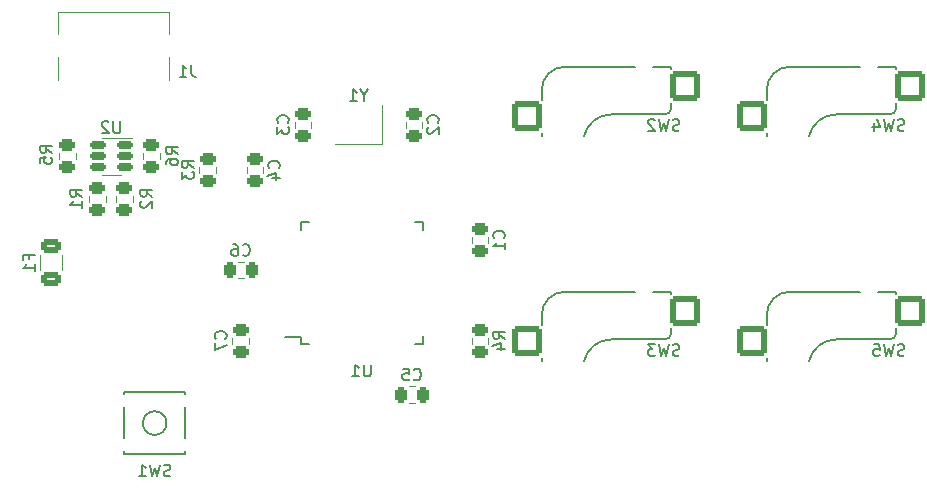
<source format=gbo>
G04 #@! TF.GenerationSoftware,KiCad,Pcbnew,(6.0.8-1)-1*
G04 #@! TF.CreationDate,2022-10-31T00:23:31-07:00*
G04 #@! TF.ProjectId,hayabusa04,68617961-6275-4736-9130-342e6b696361,rev?*
G04 #@! TF.SameCoordinates,Original*
G04 #@! TF.FileFunction,Legend,Bot*
G04 #@! TF.FilePolarity,Positive*
%FSLAX46Y46*%
G04 Gerber Fmt 4.6, Leading zero omitted, Abs format (unit mm)*
G04 Created by KiCad (PCBNEW (6.0.8-1)-1) date 2022-10-31 00:23:31*
%MOMM*%
%LPD*%
G01*
G04 APERTURE LIST*
G04 Aperture macros list*
%AMRoundRect*
0 Rectangle with rounded corners*
0 $1 Rounding radius*
0 $2 $3 $4 $5 $6 $7 $8 $9 X,Y pos of 4 corners*
0 Add a 4 corners polygon primitive as box body*
4,1,4,$2,$3,$4,$5,$6,$7,$8,$9,$2,$3,0*
0 Add four circle primitives for the rounded corners*
1,1,$1+$1,$2,$3*
1,1,$1+$1,$4,$5*
1,1,$1+$1,$6,$7*
1,1,$1+$1,$8,$9*
0 Add four rect primitives between the rounded corners*
20,1,$1+$1,$2,$3,$4,$5,0*
20,1,$1+$1,$4,$5,$6,$7,0*
20,1,$1+$1,$6,$7,$8,$9,0*
20,1,$1+$1,$8,$9,$2,$3,0*%
G04 Aperture macros list end*
%ADD10C,0.150000*%
%ADD11C,0.120000*%
%ADD12RoundRect,0.243750X0.456250X-0.243750X0.456250X0.243750X-0.456250X0.243750X-0.456250X-0.243750X0*%
%ADD13RoundRect,0.243750X-0.456250X0.243750X-0.456250X-0.243750X0.456250X-0.243750X0.456250X0.243750X0*%
%ADD14RoundRect,0.243750X0.243750X0.456250X-0.243750X0.456250X-0.243750X-0.456250X0.243750X-0.456250X0*%
%ADD15R,1.800000X1.100000*%
%ADD16R,1.500000X0.550000*%
%ADD17R,0.550000X1.500000*%
%ADD18R,1.400000X1.200000*%
%ADD19C,3.987800*%
%ADD20C,1.750000*%
%ADD21C,3.300000*%
%ADD22RoundRect,0.250000X1.025000X1.000000X-1.025000X1.000000X-1.025000X-1.000000X1.025000X-1.000000X0*%
%ADD23RoundRect,0.250000X-0.450000X0.262500X-0.450000X-0.262500X0.450000X-0.262500X0.450000X0.262500X0*%
%ADD24C,0.650000*%
%ADD25R,0.600000X1.450000*%
%ADD26R,0.300000X1.450000*%
%ADD27O,1.000000X2.100000*%
%ADD28O,1.000000X1.600000*%
%ADD29RoundRect,0.250000X0.450000X-0.262500X0.450000X0.262500X-0.450000X0.262500X-0.450000X-0.262500X0*%
%ADD30RoundRect,0.150000X0.512500X0.150000X-0.512500X0.150000X-0.512500X-0.150000X0.512500X-0.150000X0*%
%ADD31RoundRect,0.250000X-0.625000X0.375000X-0.625000X-0.375000X0.625000X-0.375000X0.625000X0.375000X0*%
G04 APERTURE END LIST*
D10*
X154216642Y-72858333D02*
X154264261Y-72810714D01*
X154311880Y-72667857D01*
X154311880Y-72572619D01*
X154264261Y-72429761D01*
X154169023Y-72334523D01*
X154073785Y-72286904D01*
X153883309Y-72239285D01*
X153740452Y-72239285D01*
X153549976Y-72286904D01*
X153454738Y-72334523D01*
X153359500Y-72429761D01*
X153311880Y-72572619D01*
X153311880Y-72667857D01*
X153359500Y-72810714D01*
X153407119Y-72858333D01*
X154311880Y-73810714D02*
X154311880Y-73239285D01*
X154311880Y-73525000D02*
X153311880Y-73525000D01*
X153454738Y-73429761D01*
X153549976Y-73334523D01*
X153597595Y-73239285D01*
X148628642Y-63079333D02*
X148676261Y-63031714D01*
X148723880Y-62888857D01*
X148723880Y-62793619D01*
X148676261Y-62650761D01*
X148581023Y-62555523D01*
X148485785Y-62507904D01*
X148295309Y-62460285D01*
X148152452Y-62460285D01*
X147961976Y-62507904D01*
X147866738Y-62555523D01*
X147771500Y-62650761D01*
X147723880Y-62793619D01*
X147723880Y-62888857D01*
X147771500Y-63031714D01*
X147819119Y-63079333D01*
X147819119Y-63460285D02*
X147771500Y-63507904D01*
X147723880Y-63603142D01*
X147723880Y-63841238D01*
X147771500Y-63936476D01*
X147819119Y-63984095D01*
X147914357Y-64031714D01*
X148009595Y-64031714D01*
X148152452Y-63984095D01*
X148723880Y-63412666D01*
X148723880Y-64031714D01*
X135930642Y-63079333D02*
X135978261Y-63031714D01*
X136025880Y-62888857D01*
X136025880Y-62793619D01*
X135978261Y-62650761D01*
X135883023Y-62555523D01*
X135787785Y-62507904D01*
X135597309Y-62460285D01*
X135454452Y-62460285D01*
X135263976Y-62507904D01*
X135168738Y-62555523D01*
X135073500Y-62650761D01*
X135025880Y-62793619D01*
X135025880Y-62888857D01*
X135073500Y-63031714D01*
X135121119Y-63079333D01*
X135025880Y-63412666D02*
X135025880Y-64031714D01*
X135406833Y-63698380D01*
X135406833Y-63841238D01*
X135454452Y-63936476D01*
X135502071Y-63984095D01*
X135597309Y-64031714D01*
X135835404Y-64031714D01*
X135930642Y-63984095D01*
X135978261Y-63936476D01*
X136025880Y-63841238D01*
X136025880Y-63555523D01*
X135978261Y-63460285D01*
X135930642Y-63412666D01*
X135166642Y-66937833D02*
X135214261Y-66890214D01*
X135261880Y-66747357D01*
X135261880Y-66652119D01*
X135214261Y-66509261D01*
X135119023Y-66414023D01*
X135023785Y-66366404D01*
X134833309Y-66318785D01*
X134690452Y-66318785D01*
X134499976Y-66366404D01*
X134404738Y-66414023D01*
X134309500Y-66509261D01*
X134261880Y-66652119D01*
X134261880Y-66747357D01*
X134309500Y-66890214D01*
X134357119Y-66937833D01*
X134595214Y-67794976D02*
X135261880Y-67794976D01*
X134214261Y-67556880D02*
X134928547Y-67318785D01*
X134928547Y-67937833D01*
X146597666Y-84813142D02*
X146645285Y-84860761D01*
X146788142Y-84908380D01*
X146883380Y-84908380D01*
X147026238Y-84860761D01*
X147121476Y-84765523D01*
X147169095Y-84670285D01*
X147216714Y-84479809D01*
X147216714Y-84336952D01*
X147169095Y-84146476D01*
X147121476Y-84051238D01*
X147026238Y-83956000D01*
X146883380Y-83908380D01*
X146788142Y-83908380D01*
X146645285Y-83956000D01*
X146597666Y-84003619D01*
X145692904Y-83908380D02*
X146169095Y-83908380D01*
X146216714Y-84384571D01*
X146169095Y-84336952D01*
X146073857Y-84289333D01*
X145835761Y-84289333D01*
X145740523Y-84336952D01*
X145692904Y-84384571D01*
X145645285Y-84479809D01*
X145645285Y-84717904D01*
X145692904Y-84813142D01*
X145740523Y-84860761D01*
X145835761Y-84908380D01*
X146073857Y-84908380D01*
X146169095Y-84860761D01*
X146216714Y-84813142D01*
X132119666Y-74272142D02*
X132167285Y-74319761D01*
X132310142Y-74367380D01*
X132405380Y-74367380D01*
X132548238Y-74319761D01*
X132643476Y-74224523D01*
X132691095Y-74129285D01*
X132738714Y-73938809D01*
X132738714Y-73795952D01*
X132691095Y-73605476D01*
X132643476Y-73510238D01*
X132548238Y-73415000D01*
X132405380Y-73367380D01*
X132310142Y-73367380D01*
X132167285Y-73415000D01*
X132119666Y-73462619D01*
X131262523Y-73367380D02*
X131453000Y-73367380D01*
X131548238Y-73415000D01*
X131595857Y-73462619D01*
X131691095Y-73605476D01*
X131738714Y-73795952D01*
X131738714Y-74176904D01*
X131691095Y-74272142D01*
X131643476Y-74319761D01*
X131548238Y-74367380D01*
X131357761Y-74367380D01*
X131262523Y-74319761D01*
X131214904Y-74272142D01*
X131167285Y-74176904D01*
X131167285Y-73938809D01*
X131214904Y-73843571D01*
X131262523Y-73795952D01*
X131357761Y-73748333D01*
X131548238Y-73748333D01*
X131643476Y-73795952D01*
X131691095Y-73843571D01*
X131738714Y-73938809D01*
X130660142Y-81367333D02*
X130707761Y-81319714D01*
X130755380Y-81176857D01*
X130755380Y-81081619D01*
X130707761Y-80938761D01*
X130612523Y-80843523D01*
X130517285Y-80795904D01*
X130326809Y-80748285D01*
X130183952Y-80748285D01*
X129993476Y-80795904D01*
X129898238Y-80843523D01*
X129803000Y-80938761D01*
X129755380Y-81081619D01*
X129755380Y-81176857D01*
X129803000Y-81319714D01*
X129850619Y-81367333D01*
X129755380Y-81700666D02*
X129755380Y-82367333D01*
X130755380Y-81938761D01*
X118493447Y-69350833D02*
X118017257Y-69017500D01*
X118493447Y-68779404D02*
X117493447Y-68779404D01*
X117493447Y-69160357D01*
X117541067Y-69255595D01*
X117588686Y-69303214D01*
X117683924Y-69350833D01*
X117826781Y-69350833D01*
X117922019Y-69303214D01*
X117969638Y-69255595D01*
X118017257Y-69160357D01*
X118017257Y-68779404D01*
X118493447Y-70303214D02*
X118493447Y-69731785D01*
X118493447Y-70017500D02*
X117493447Y-70017500D01*
X117636305Y-69922261D01*
X117731543Y-69827023D01*
X117779162Y-69731785D01*
X124462447Y-69350833D02*
X123986257Y-69017500D01*
X124462447Y-68779404D02*
X123462447Y-68779404D01*
X123462447Y-69160357D01*
X123510067Y-69255595D01*
X123557686Y-69303214D01*
X123652924Y-69350833D01*
X123795781Y-69350833D01*
X123891019Y-69303214D01*
X123938638Y-69255595D01*
X123986257Y-69160357D01*
X123986257Y-68779404D01*
X123557686Y-69731785D02*
X123510067Y-69779404D01*
X123462447Y-69874642D01*
X123462447Y-70112738D01*
X123510067Y-70207976D01*
X123557686Y-70255595D01*
X123652924Y-70303214D01*
X123748162Y-70303214D01*
X123891019Y-70255595D01*
X124462447Y-69684166D01*
X124462447Y-70303214D01*
X127961380Y-66889333D02*
X127485190Y-66556000D01*
X127961380Y-66317904D02*
X126961380Y-66317904D01*
X126961380Y-66698857D01*
X127009000Y-66794095D01*
X127056619Y-66841714D01*
X127151857Y-66889333D01*
X127294714Y-66889333D01*
X127389952Y-66841714D01*
X127437571Y-66794095D01*
X127485190Y-66698857D01*
X127485190Y-66317904D01*
X126961380Y-67222666D02*
X126961380Y-67841714D01*
X127342333Y-67508380D01*
X127342333Y-67651238D01*
X127389952Y-67746476D01*
X127437571Y-67794095D01*
X127532809Y-67841714D01*
X127770904Y-67841714D01*
X127866142Y-67794095D01*
X127913761Y-67746476D01*
X127961380Y-67651238D01*
X127961380Y-67365523D01*
X127913761Y-67270285D01*
X127866142Y-67222666D01*
X154311880Y-81367333D02*
X153835690Y-81034000D01*
X154311880Y-80795904D02*
X153311880Y-80795904D01*
X153311880Y-81176857D01*
X153359500Y-81272095D01*
X153407119Y-81319714D01*
X153502357Y-81367333D01*
X153645214Y-81367333D01*
X153740452Y-81319714D01*
X153788071Y-81272095D01*
X153835690Y-81176857D01*
X153835690Y-80795904D01*
X153645214Y-82224476D02*
X154311880Y-82224476D01*
X153264261Y-81986380D02*
X153978547Y-81748285D01*
X153978547Y-82367333D01*
X125995333Y-92987761D02*
X125852476Y-93035380D01*
X125614380Y-93035380D01*
X125519142Y-92987761D01*
X125471523Y-92940142D01*
X125423904Y-92844904D01*
X125423904Y-92749666D01*
X125471523Y-92654428D01*
X125519142Y-92606809D01*
X125614380Y-92559190D01*
X125804857Y-92511571D01*
X125900095Y-92463952D01*
X125947714Y-92416333D01*
X125995333Y-92321095D01*
X125995333Y-92225857D01*
X125947714Y-92130619D01*
X125900095Y-92083000D01*
X125804857Y-92035380D01*
X125566761Y-92035380D01*
X125423904Y-92083000D01*
X125090571Y-92035380D02*
X124852476Y-93035380D01*
X124662000Y-92321095D01*
X124471523Y-93035380D01*
X124233428Y-92035380D01*
X123328666Y-93035380D02*
X123900095Y-93035380D01*
X123614380Y-93035380D02*
X123614380Y-92035380D01*
X123709619Y-92178238D01*
X123804857Y-92273476D01*
X123900095Y-92321095D01*
X142953404Y-83572380D02*
X142953404Y-84381904D01*
X142905785Y-84477142D01*
X142858166Y-84524761D01*
X142762928Y-84572380D01*
X142572452Y-84572380D01*
X142477214Y-84524761D01*
X142429595Y-84477142D01*
X142381976Y-84381904D01*
X142381976Y-83572380D01*
X141381976Y-84572380D02*
X141953404Y-84572380D01*
X141667690Y-84572380D02*
X141667690Y-83572380D01*
X141762928Y-83715238D01*
X141858166Y-83810476D01*
X141953404Y-83858095D01*
X142398690Y-60772190D02*
X142398690Y-61248380D01*
X142732023Y-60248380D02*
X142398690Y-60772190D01*
X142065357Y-60248380D01*
X141208214Y-61248380D02*
X141779642Y-61248380D01*
X141493928Y-61248380D02*
X141493928Y-60248380D01*
X141589166Y-60391238D01*
X141684404Y-60486476D01*
X141779642Y-60534095D01*
X188145833Y-63742261D02*
X188002976Y-63789880D01*
X187764880Y-63789880D01*
X187669642Y-63742261D01*
X187622023Y-63694642D01*
X187574404Y-63599404D01*
X187574404Y-63504166D01*
X187622023Y-63408928D01*
X187669642Y-63361309D01*
X187764880Y-63313690D01*
X187955357Y-63266071D01*
X188050595Y-63218452D01*
X188098214Y-63170833D01*
X188145833Y-63075595D01*
X188145833Y-62980357D01*
X188098214Y-62885119D01*
X188050595Y-62837500D01*
X187955357Y-62789880D01*
X187717261Y-62789880D01*
X187574404Y-62837500D01*
X187241071Y-62789880D02*
X187002976Y-63789880D01*
X186812500Y-63075595D01*
X186622023Y-63789880D01*
X186383928Y-62789880D01*
X185574404Y-63123214D02*
X185574404Y-63789880D01*
X185812500Y-62742261D02*
X186050595Y-63456547D01*
X185431547Y-63456547D01*
X188145833Y-82792261D02*
X188002976Y-82839880D01*
X187764880Y-82839880D01*
X187669642Y-82792261D01*
X187622023Y-82744642D01*
X187574404Y-82649404D01*
X187574404Y-82554166D01*
X187622023Y-82458928D01*
X187669642Y-82411309D01*
X187764880Y-82363690D01*
X187955357Y-82316071D01*
X188050595Y-82268452D01*
X188098214Y-82220833D01*
X188145833Y-82125595D01*
X188145833Y-82030357D01*
X188098214Y-81935119D01*
X188050595Y-81887500D01*
X187955357Y-81839880D01*
X187717261Y-81839880D01*
X187574404Y-81887500D01*
X187241071Y-81839880D02*
X187002976Y-82839880D01*
X186812500Y-82125595D01*
X186622023Y-82839880D01*
X186383928Y-81839880D01*
X185526785Y-81839880D02*
X186002976Y-81839880D01*
X186050595Y-82316071D01*
X186002976Y-82268452D01*
X185907738Y-82220833D01*
X185669642Y-82220833D01*
X185574404Y-82268452D01*
X185526785Y-82316071D01*
X185479166Y-82411309D01*
X185479166Y-82649404D01*
X185526785Y-82744642D01*
X185574404Y-82792261D01*
X185669642Y-82839880D01*
X185907738Y-82839880D01*
X186002976Y-82792261D01*
X186050595Y-82744642D01*
X126621447Y-65746333D02*
X126145257Y-65413000D01*
X126621447Y-65174904D02*
X125621447Y-65174904D01*
X125621447Y-65555857D01*
X125669067Y-65651095D01*
X125716686Y-65698714D01*
X125811924Y-65746333D01*
X125954781Y-65746333D01*
X126050019Y-65698714D01*
X126097638Y-65651095D01*
X126145257Y-65555857D01*
X126145257Y-65174904D01*
X125621447Y-66603476D02*
X125621447Y-66413000D01*
X125669067Y-66317761D01*
X125716686Y-66270142D01*
X125859543Y-66174904D01*
X126050019Y-66127285D01*
X126430971Y-66127285D01*
X126526209Y-66174904D01*
X126573828Y-66222523D01*
X126621447Y-66317761D01*
X126621447Y-66508238D01*
X126573828Y-66603476D01*
X126526209Y-66651095D01*
X126430971Y-66698714D01*
X126192876Y-66698714D01*
X126097638Y-66651095D01*
X126050019Y-66603476D01*
X126002400Y-66508238D01*
X126002400Y-66317761D01*
X126050019Y-66222523D01*
X126097638Y-66174904D01*
X126192876Y-66127285D01*
X127772400Y-58201380D02*
X127772400Y-58915666D01*
X127820019Y-59058523D01*
X127915257Y-59153761D01*
X128058114Y-59201380D01*
X128153352Y-59201380D01*
X126772400Y-59201380D02*
X127343828Y-59201380D01*
X127058114Y-59201380D02*
X127058114Y-58201380D01*
X127153352Y-58344238D01*
X127248590Y-58439476D01*
X127343828Y-58487095D01*
X169095833Y-63742261D02*
X168952976Y-63789880D01*
X168714880Y-63789880D01*
X168619642Y-63742261D01*
X168572023Y-63694642D01*
X168524404Y-63599404D01*
X168524404Y-63504166D01*
X168572023Y-63408928D01*
X168619642Y-63361309D01*
X168714880Y-63313690D01*
X168905357Y-63266071D01*
X169000595Y-63218452D01*
X169048214Y-63170833D01*
X169095833Y-63075595D01*
X169095833Y-62980357D01*
X169048214Y-62885119D01*
X169000595Y-62837500D01*
X168905357Y-62789880D01*
X168667261Y-62789880D01*
X168524404Y-62837500D01*
X168191071Y-62789880D02*
X167952976Y-63789880D01*
X167762500Y-63075595D01*
X167572023Y-63789880D01*
X167333928Y-62789880D01*
X167000595Y-62885119D02*
X166952976Y-62837500D01*
X166857738Y-62789880D01*
X166619642Y-62789880D01*
X166524404Y-62837500D01*
X166476785Y-62885119D01*
X166429166Y-62980357D01*
X166429166Y-63075595D01*
X166476785Y-63218452D01*
X167048214Y-63789880D01*
X166429166Y-63789880D01*
X115953447Y-65619333D02*
X115477257Y-65286000D01*
X115953447Y-65047904D02*
X114953447Y-65047904D01*
X114953447Y-65428857D01*
X115001067Y-65524095D01*
X115048686Y-65571714D01*
X115143924Y-65619333D01*
X115286781Y-65619333D01*
X115382019Y-65571714D01*
X115429638Y-65524095D01*
X115477257Y-65428857D01*
X115477257Y-65047904D01*
X114953447Y-66524095D02*
X114953447Y-66047904D01*
X115429638Y-66000285D01*
X115382019Y-66047904D01*
X115334400Y-66143142D01*
X115334400Y-66381238D01*
X115382019Y-66476476D01*
X115429638Y-66524095D01*
X115524876Y-66571714D01*
X115762971Y-66571714D01*
X115858209Y-66524095D01*
X115905828Y-66476476D01*
X115953447Y-66381238D01*
X115953447Y-66143142D01*
X115905828Y-66047904D01*
X115858209Y-66000285D01*
X121749371Y-62965380D02*
X121749371Y-63774904D01*
X121701752Y-63870142D01*
X121654133Y-63917761D01*
X121558895Y-63965380D01*
X121368419Y-63965380D01*
X121273181Y-63917761D01*
X121225562Y-63870142D01*
X121177943Y-63774904D01*
X121177943Y-62965380D01*
X120749371Y-63060619D02*
X120701752Y-63013000D01*
X120606514Y-62965380D01*
X120368419Y-62965380D01*
X120273181Y-63013000D01*
X120225562Y-63060619D01*
X120177943Y-63155857D01*
X120177943Y-63251095D01*
X120225562Y-63393952D01*
X120796990Y-63965380D01*
X120177943Y-63965380D01*
X169095833Y-82792261D02*
X168952976Y-82839880D01*
X168714880Y-82839880D01*
X168619642Y-82792261D01*
X168572023Y-82744642D01*
X168524404Y-82649404D01*
X168524404Y-82554166D01*
X168572023Y-82458928D01*
X168619642Y-82411309D01*
X168714880Y-82363690D01*
X168905357Y-82316071D01*
X169000595Y-82268452D01*
X169048214Y-82220833D01*
X169095833Y-82125595D01*
X169095833Y-82030357D01*
X169048214Y-81935119D01*
X169000595Y-81887500D01*
X168905357Y-81839880D01*
X168667261Y-81839880D01*
X168524404Y-81887500D01*
X168191071Y-81839880D02*
X167952976Y-82839880D01*
X167762500Y-82125595D01*
X167572023Y-82839880D01*
X167333928Y-81839880D01*
X167048214Y-81839880D02*
X166429166Y-81839880D01*
X166762500Y-82220833D01*
X166619642Y-82220833D01*
X166524404Y-82268452D01*
X166476785Y-82316071D01*
X166429166Y-82411309D01*
X166429166Y-82649404D01*
X166476785Y-82744642D01*
X166524404Y-82792261D01*
X166619642Y-82839880D01*
X166905357Y-82839880D01*
X167000595Y-82792261D01*
X167048214Y-82744642D01*
X113990638Y-74596666D02*
X113990638Y-74263333D01*
X114514447Y-74263333D02*
X113514447Y-74263333D01*
X113514447Y-74739523D01*
X114514447Y-75644285D02*
X114514447Y-75072857D01*
X114514447Y-75358571D02*
X113514447Y-75358571D01*
X113657305Y-75263333D01*
X113752543Y-75168095D01*
X113800162Y-75072857D01*
D11*
X152919500Y-73283578D02*
X152919500Y-72766422D01*
X151499500Y-73283578D02*
X151499500Y-72766422D01*
X145911500Y-63504578D02*
X145911500Y-62987422D01*
X147331500Y-63504578D02*
X147331500Y-62987422D01*
X136513500Y-62987422D02*
X136513500Y-63504578D01*
X137933500Y-62987422D02*
X137933500Y-63504578D01*
X133869500Y-67363078D02*
X133869500Y-66845922D01*
X132449500Y-67363078D02*
X132449500Y-66845922D01*
X146689578Y-85396000D02*
X146172422Y-85396000D01*
X146689578Y-86816000D02*
X146172422Y-86816000D01*
X132211578Y-76275000D02*
X131694422Y-76275000D01*
X132211578Y-74855000D02*
X131694422Y-74855000D01*
X131243000Y-81275422D02*
X131243000Y-81792578D01*
X132663000Y-81275422D02*
X132663000Y-81792578D01*
X119109067Y-69776078D02*
X119109067Y-69258922D01*
X120529067Y-69776078D02*
X120529067Y-69258922D01*
X122815067Y-69258922D02*
X122815067Y-69776078D01*
X121395067Y-69258922D02*
X121395067Y-69776078D01*
X129869000Y-66797422D02*
X129869000Y-67314578D01*
X128449000Y-66797422D02*
X128449000Y-67314578D01*
X152919500Y-81792578D02*
X152919500Y-81275422D01*
X151499500Y-81792578D02*
X151499500Y-81275422D01*
D10*
X127262000Y-85919000D02*
X122062000Y-85919000D01*
X122062000Y-91119000D02*
X127262000Y-91119000D01*
X122062000Y-85919000D02*
X122062000Y-91119000D01*
X127262000Y-91119000D02*
X127262000Y-85919000D01*
X125662000Y-88519000D02*
G75*
G03*
X125662000Y-88519000I-1000000J0D01*
G01*
X137016500Y-71495000D02*
X137016500Y-72170000D01*
X137016500Y-71495000D02*
X137691500Y-71495000D01*
X137016500Y-81845000D02*
X137016500Y-81270000D01*
X147366500Y-81845000D02*
X147366500Y-81170000D01*
X147366500Y-81845000D02*
X146691500Y-81845000D01*
X137016500Y-81845000D02*
X137691500Y-81845000D01*
X137016500Y-81270000D02*
X135741500Y-81270000D01*
X147366500Y-71495000D02*
X147366500Y-72170000D01*
X147366500Y-71495000D02*
X146691500Y-71495000D01*
D11*
X143922500Y-64896000D02*
X139922500Y-64896000D01*
X143922500Y-61596000D02*
X143922500Y-64896000D01*
D10*
X187427324Y-61417280D02*
X187427324Y-61887280D01*
X176477324Y-63987280D02*
X176477324Y-64227280D01*
X176477324Y-61137280D02*
X176477324Y-60337280D01*
X187427324Y-58337280D02*
X187427324Y-58567280D01*
X178477324Y-58337280D02*
X184377324Y-58337280D01*
X185877324Y-58337280D02*
X187427324Y-58337280D01*
X186927324Y-62387280D02*
X182362500Y-62387280D01*
X186927324Y-62387280D02*
G75*
G03*
X187427324Y-61887280I-1J500001D01*
G01*
X182362500Y-62387280D02*
G75*
G03*
X180068178Y-64227280I-866J-2349332D01*
G01*
X178477324Y-58337280D02*
G75*
G03*
X176477324Y-60337280I-15J-1999985D01*
G01*
X187427324Y-80467280D02*
X187427324Y-80937280D01*
X185877324Y-77387280D02*
X187427324Y-77387280D01*
X186927324Y-81437280D02*
X182362500Y-81437280D01*
X176477324Y-83037280D02*
X176477324Y-83277280D01*
X176477324Y-80187280D02*
X176477324Y-79387280D01*
X187427324Y-77387280D02*
X187427324Y-77617280D01*
X178477324Y-77387280D02*
X184377324Y-77387280D01*
X178477324Y-77387280D02*
G75*
G03*
X176477324Y-79387280I-15J-1999985D01*
G01*
X186927324Y-81437280D02*
G75*
G03*
X187427324Y-80937280I-1J500001D01*
G01*
X182362500Y-81437280D02*
G75*
G03*
X180068178Y-83277280I-866J-2349332D01*
G01*
D11*
X125126067Y-65685936D02*
X125126067Y-66140064D01*
X123656067Y-65685936D02*
X123656067Y-66140064D01*
X125916067Y-59506000D02*
X125916067Y-57506000D01*
X116516067Y-53706000D02*
X125916067Y-53706000D01*
X116516067Y-59506000D02*
X116516067Y-57506000D01*
X125916067Y-55606000D02*
X125916067Y-53706000D01*
X116516067Y-55606000D02*
X116516067Y-53706000D01*
D10*
X157427324Y-63987280D02*
X157427324Y-64227280D01*
X166827324Y-58337280D02*
X168377324Y-58337280D01*
X167877324Y-62387280D02*
X163312500Y-62387280D01*
X168377324Y-58337280D02*
X168377324Y-58567280D01*
X159427324Y-58337280D02*
X165327324Y-58337280D01*
X157427324Y-61137280D02*
X157427324Y-60337280D01*
X168377324Y-61417280D02*
X168377324Y-61887280D01*
X163312500Y-62387280D02*
G75*
G03*
X161018178Y-64227280I-866J-2349332D01*
G01*
X167877324Y-62387280D02*
G75*
G03*
X168377324Y-61887280I-1J500001D01*
G01*
X159427324Y-58337280D02*
G75*
G03*
X157427324Y-60337280I-15J-1999985D01*
G01*
D11*
X118014067Y-66140064D02*
X118014067Y-65685936D01*
X116544067Y-66140064D02*
X116544067Y-65685936D01*
X120987467Y-67473000D02*
X120187467Y-67473000D01*
X120987467Y-64353000D02*
X122787467Y-64353000D01*
X120987467Y-64353000D02*
X120187467Y-64353000D01*
X120987467Y-67473000D02*
X121787467Y-67473000D01*
D10*
X159427324Y-77387280D02*
X165327324Y-77387280D01*
X166827324Y-77387280D02*
X168377324Y-77387280D01*
X168377324Y-80467280D02*
X168377324Y-80937280D01*
X157427324Y-80187280D02*
X157427324Y-79387280D01*
X157427324Y-83037280D02*
X157427324Y-83277280D01*
X167877324Y-81437280D02*
X163312500Y-81437280D01*
X168377324Y-77387280D02*
X168377324Y-77617280D01*
X167877324Y-81437280D02*
G75*
G03*
X168377324Y-80937280I-1J500001D01*
G01*
X159427324Y-77387280D02*
G75*
G03*
X157427324Y-79387280I-15J-1999985D01*
G01*
X163312500Y-81437280D02*
G75*
G03*
X161018178Y-83277280I-866J-2349332D01*
G01*
D11*
X116792067Y-74327936D02*
X116792067Y-75532064D01*
X114972067Y-74327936D02*
X114972067Y-75532064D01*
%LPC*%
D12*
X152209500Y-73962500D03*
X152209500Y-72087500D03*
X146621500Y-64183500D03*
X146621500Y-62308500D03*
D13*
X137223500Y-62308500D03*
X137223500Y-64183500D03*
D12*
X133159500Y-68042000D03*
X133159500Y-66167000D03*
D14*
X147368500Y-86106000D03*
X145493500Y-86106000D03*
X132890500Y-75565000D03*
X131015500Y-75565000D03*
D13*
X131953000Y-80596500D03*
X131953000Y-82471500D03*
D12*
X119819067Y-70455000D03*
X119819067Y-68580000D03*
D13*
X122105067Y-68580000D03*
X122105067Y-70455000D03*
X129159000Y-66118500D03*
X129159000Y-67993500D03*
D12*
X152209500Y-82471500D03*
X152209500Y-80596500D03*
D15*
X121562000Y-90369000D03*
X127762000Y-86669000D03*
X121562000Y-86669000D03*
X127762000Y-90369000D03*
D16*
X136491500Y-80670000D03*
X136491500Y-79870000D03*
X136491500Y-79070000D03*
X136491500Y-78270000D03*
X136491500Y-77470000D03*
X136491500Y-76670000D03*
X136491500Y-75870000D03*
X136491500Y-75070000D03*
X136491500Y-74270000D03*
X136491500Y-73470000D03*
X136491500Y-72670000D03*
D17*
X138191500Y-70970000D03*
X138991500Y-70970000D03*
X139791500Y-70970000D03*
X140591500Y-70970000D03*
X141391500Y-70970000D03*
X142191500Y-70970000D03*
X142991500Y-70970000D03*
X143791500Y-70970000D03*
X144591500Y-70970000D03*
X145391500Y-70970000D03*
X146191500Y-70970000D03*
D16*
X147891500Y-72670000D03*
X147891500Y-73470000D03*
X147891500Y-74270000D03*
X147891500Y-75070000D03*
X147891500Y-75870000D03*
X147891500Y-76670000D03*
X147891500Y-77470000D03*
X147891500Y-78270000D03*
X147891500Y-79070000D03*
X147891500Y-79870000D03*
X147891500Y-80670000D03*
D17*
X146191500Y-82370000D03*
X145391500Y-82370000D03*
X144591500Y-82370000D03*
X143791500Y-82370000D03*
X142991500Y-82370000D03*
X142191500Y-82370000D03*
X141391500Y-82370000D03*
X140591500Y-82370000D03*
X139791500Y-82370000D03*
X138991500Y-82370000D03*
X138191500Y-82370000D03*
D18*
X143022500Y-64096000D03*
X140822500Y-64096000D03*
X140822500Y-62396000D03*
X143022500Y-62396000D03*
D19*
X182562500Y-65087500D03*
D20*
X187642500Y-65087500D03*
X177482500Y-65087500D03*
D21*
X178752500Y-62547500D03*
D22*
X175202500Y-62547500D03*
X188652500Y-60007500D03*
D21*
X185102500Y-60007500D03*
D19*
X182562500Y-84137500D03*
D20*
X177482500Y-84137500D03*
X187642500Y-84137500D03*
D21*
X178752500Y-81597500D03*
D22*
X175202500Y-81597500D03*
X188652500Y-79057500D03*
D21*
X185102500Y-79057500D03*
D23*
X124391067Y-65000500D03*
X124391067Y-66825500D03*
D24*
X118326067Y-60206000D03*
X124106067Y-60206000D03*
D25*
X117966067Y-61651000D03*
X118766067Y-61651000D03*
D26*
X119966067Y-61651000D03*
X120966067Y-61651000D03*
X121466067Y-61651000D03*
X122466067Y-61651000D03*
D25*
X123666067Y-61651000D03*
X124466067Y-61651000D03*
X124466067Y-61651000D03*
X123666067Y-61651000D03*
D26*
X122966067Y-61651000D03*
X121966067Y-61651000D03*
X120466067Y-61651000D03*
X119466067Y-61651000D03*
D25*
X118766067Y-61651000D03*
X117966067Y-61651000D03*
D27*
X125536067Y-60736000D03*
X116896067Y-60736000D03*
D28*
X125536067Y-56556000D03*
X116896067Y-56556000D03*
D19*
X163512500Y-65087500D03*
D20*
X168592500Y-65087500D03*
X158432500Y-65087500D03*
D22*
X156152500Y-62547500D03*
D21*
X159702500Y-62547500D03*
D22*
X169602500Y-60007500D03*
D21*
X166052500Y-60007500D03*
D29*
X117279067Y-66825500D03*
X117279067Y-65000500D03*
D30*
X122124967Y-64963000D03*
X122124967Y-65913000D03*
X122124967Y-66863000D03*
X119849967Y-66863000D03*
X119849967Y-65913000D03*
X119849967Y-64963000D03*
D20*
X168592500Y-84137500D03*
D19*
X163512500Y-84137500D03*
D20*
X158432500Y-84137500D03*
D22*
X156152500Y-81597500D03*
D21*
X159702500Y-81597500D03*
D22*
X169602500Y-79057500D03*
D21*
X166052500Y-79057500D03*
D31*
X115882067Y-73530000D03*
X115882067Y-76330000D03*
M02*

</source>
